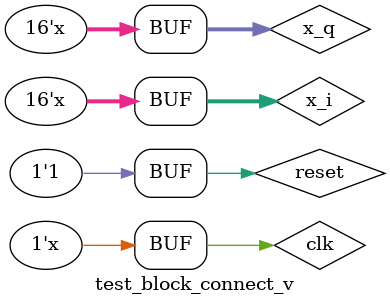
<source format=v>
`timescale 1ns / 1ps


module test_block_connect_v;

	// Inputs
	reg clk;
	reg reset;
	reg [15:0] x_i;
	reg [15:0] x_q;

	// Outputs
	wire [15:0] y_out_i;
	wire [15:0] y_out_q;

	// Instantiate the Unit Under Test (UUT)
	blockconnect uut (
		.clk(clk), 
		.reset(reset), 
		.x_i(x_i), 
		.x_q(x_q), 
		.y_out_i(y_out_i), 
		.y_out_q(y_out_q)
	);

	initial begin
		// Initialize Inputs
		clk = 0;
		reset = 0;
		x_i = 0;
		x_q = 0;

		// Wait 100 ns for global reset to finish
		#100;
      reset  = 1;
		// Add stimulus here
	end
	
	always #2 clk = !clk;
	always #8 x_i = x_i + 1;
	always #8 x_q = x_q + 1;
      
endmodule


</source>
